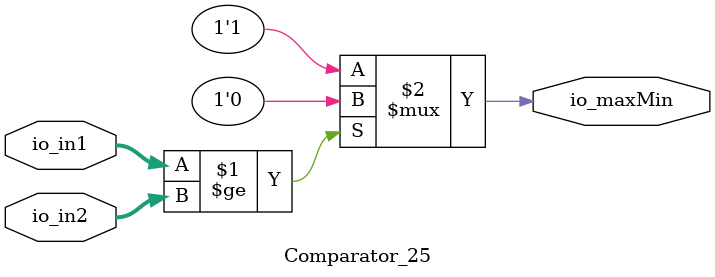
<source format=v>

module Comparator_25(
  input  [6:0] io_in1,
  input  [6:0] io_in2,
  output       io_maxMin
);
  assign io_maxMin = io_in1 >= io_in2 ? 1'h0 : 1'h1; // @[comparator.scala 34:26 37:20 45:20]
endmodule

</source>
